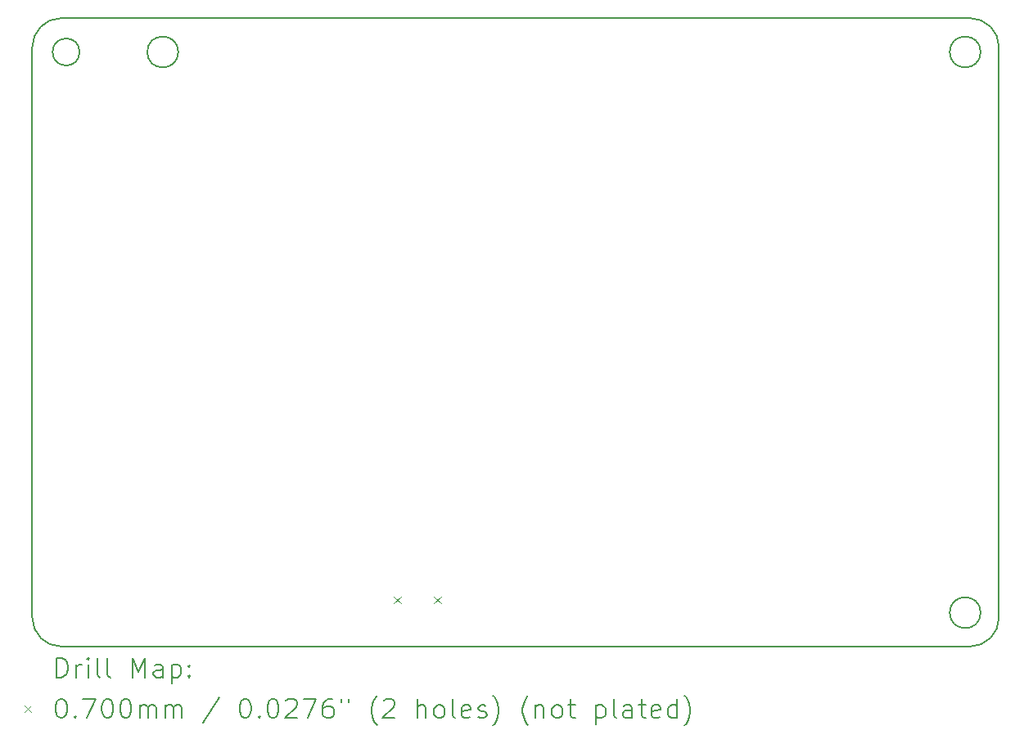
<source format=gbr>
%TF.GenerationSoftware,KiCad,Pcbnew,7.0.7*%
%TF.CreationDate,2023-11-29T11:07:57+01:00*%
%TF.ProjectId,Astroplant_AL,41737472-6f70-46c6-916e-745f414c2e6b,rev?*%
%TF.SameCoordinates,Original*%
%TF.FileFunction,Drillmap*%
%TF.FilePolarity,Positive*%
%FSLAX45Y45*%
G04 Gerber Fmt 4.5, Leading zero omitted, Abs format (unit mm)*
G04 Created by KiCad (PCBNEW 7.0.7) date 2023-11-29 11:07:57*
%MOMM*%
%LPD*%
G01*
G04 APERTURE LIST*
%ADD10C,0.150000*%
%ADD11C,0.200000*%
%ADD12C,0.070000*%
G04 APERTURE END LIST*
D10*
X6429000Y-12768000D02*
G75*
G03*
X6729000Y-13068000I300000J0D01*
G01*
X6729000Y-6568000D02*
G75*
G03*
X6429000Y-6868000I0J-300000D01*
G01*
X7939000Y-6918000D02*
G75*
G03*
X7939000Y-6918000I-160000J0D01*
G01*
X16129000Y-6568000D02*
X6729000Y-6568000D01*
X6729000Y-13068000D02*
X16129000Y-13068000D01*
X16239000Y-12718000D02*
G75*
G03*
X16239000Y-12718000I-160000J0D01*
G01*
X6919000Y-6918000D02*
G75*
G03*
X6919000Y-6918000I-140000J0D01*
G01*
X16429000Y-12768000D02*
X16429000Y-6868000D01*
X16239000Y-6918000D02*
G75*
G03*
X16239000Y-6918000I-160000J0D01*
G01*
X16429000Y-6868000D02*
G75*
G03*
X16129000Y-6568000I-300000J0D01*
G01*
X6429000Y-6868000D02*
X6429000Y-12768000D01*
X16129000Y-13068000D02*
G75*
G03*
X16429000Y-12768000I0J300000D01*
G01*
D11*
D12*
X10171000Y-12552636D02*
X10241000Y-12622636D01*
X10241000Y-12552636D02*
X10171000Y-12622636D01*
X10586000Y-12552636D02*
X10656000Y-12622636D01*
X10656000Y-12552636D02*
X10586000Y-12622636D01*
D11*
X6682277Y-13386984D02*
X6682277Y-13186984D01*
X6682277Y-13186984D02*
X6729896Y-13186984D01*
X6729896Y-13186984D02*
X6758467Y-13196508D01*
X6758467Y-13196508D02*
X6777515Y-13215555D01*
X6777515Y-13215555D02*
X6787039Y-13234603D01*
X6787039Y-13234603D02*
X6796562Y-13272698D01*
X6796562Y-13272698D02*
X6796562Y-13301269D01*
X6796562Y-13301269D02*
X6787039Y-13339365D01*
X6787039Y-13339365D02*
X6777515Y-13358412D01*
X6777515Y-13358412D02*
X6758467Y-13377460D01*
X6758467Y-13377460D02*
X6729896Y-13386984D01*
X6729896Y-13386984D02*
X6682277Y-13386984D01*
X6882277Y-13386984D02*
X6882277Y-13253650D01*
X6882277Y-13291746D02*
X6891801Y-13272698D01*
X6891801Y-13272698D02*
X6901324Y-13263174D01*
X6901324Y-13263174D02*
X6920372Y-13253650D01*
X6920372Y-13253650D02*
X6939420Y-13253650D01*
X7006086Y-13386984D02*
X7006086Y-13253650D01*
X7006086Y-13186984D02*
X6996562Y-13196508D01*
X6996562Y-13196508D02*
X7006086Y-13206031D01*
X7006086Y-13206031D02*
X7015610Y-13196508D01*
X7015610Y-13196508D02*
X7006086Y-13186984D01*
X7006086Y-13186984D02*
X7006086Y-13206031D01*
X7129896Y-13386984D02*
X7110848Y-13377460D01*
X7110848Y-13377460D02*
X7101324Y-13358412D01*
X7101324Y-13358412D02*
X7101324Y-13186984D01*
X7234658Y-13386984D02*
X7215610Y-13377460D01*
X7215610Y-13377460D02*
X7206086Y-13358412D01*
X7206086Y-13358412D02*
X7206086Y-13186984D01*
X7463229Y-13386984D02*
X7463229Y-13186984D01*
X7463229Y-13186984D02*
X7529896Y-13329841D01*
X7529896Y-13329841D02*
X7596562Y-13186984D01*
X7596562Y-13186984D02*
X7596562Y-13386984D01*
X7777515Y-13386984D02*
X7777515Y-13282222D01*
X7777515Y-13282222D02*
X7767991Y-13263174D01*
X7767991Y-13263174D02*
X7748943Y-13253650D01*
X7748943Y-13253650D02*
X7710848Y-13253650D01*
X7710848Y-13253650D02*
X7691801Y-13263174D01*
X7777515Y-13377460D02*
X7758467Y-13386984D01*
X7758467Y-13386984D02*
X7710848Y-13386984D01*
X7710848Y-13386984D02*
X7691801Y-13377460D01*
X7691801Y-13377460D02*
X7682277Y-13358412D01*
X7682277Y-13358412D02*
X7682277Y-13339365D01*
X7682277Y-13339365D02*
X7691801Y-13320317D01*
X7691801Y-13320317D02*
X7710848Y-13310793D01*
X7710848Y-13310793D02*
X7758467Y-13310793D01*
X7758467Y-13310793D02*
X7777515Y-13301269D01*
X7872753Y-13253650D02*
X7872753Y-13453650D01*
X7872753Y-13263174D02*
X7891801Y-13253650D01*
X7891801Y-13253650D02*
X7929896Y-13253650D01*
X7929896Y-13253650D02*
X7948943Y-13263174D01*
X7948943Y-13263174D02*
X7958467Y-13272698D01*
X7958467Y-13272698D02*
X7967991Y-13291746D01*
X7967991Y-13291746D02*
X7967991Y-13348888D01*
X7967991Y-13348888D02*
X7958467Y-13367936D01*
X7958467Y-13367936D02*
X7948943Y-13377460D01*
X7948943Y-13377460D02*
X7929896Y-13386984D01*
X7929896Y-13386984D02*
X7891801Y-13386984D01*
X7891801Y-13386984D02*
X7872753Y-13377460D01*
X8053705Y-13367936D02*
X8063229Y-13377460D01*
X8063229Y-13377460D02*
X8053705Y-13386984D01*
X8053705Y-13386984D02*
X8044182Y-13377460D01*
X8044182Y-13377460D02*
X8053705Y-13367936D01*
X8053705Y-13367936D02*
X8053705Y-13386984D01*
X8053705Y-13263174D02*
X8063229Y-13272698D01*
X8063229Y-13272698D02*
X8053705Y-13282222D01*
X8053705Y-13282222D02*
X8044182Y-13272698D01*
X8044182Y-13272698D02*
X8053705Y-13263174D01*
X8053705Y-13263174D02*
X8053705Y-13282222D01*
D12*
X6351500Y-13680500D02*
X6421500Y-13750500D01*
X6421500Y-13680500D02*
X6351500Y-13750500D01*
D11*
X6720372Y-13606984D02*
X6739420Y-13606984D01*
X6739420Y-13606984D02*
X6758467Y-13616508D01*
X6758467Y-13616508D02*
X6767991Y-13626031D01*
X6767991Y-13626031D02*
X6777515Y-13645079D01*
X6777515Y-13645079D02*
X6787039Y-13683174D01*
X6787039Y-13683174D02*
X6787039Y-13730793D01*
X6787039Y-13730793D02*
X6777515Y-13768888D01*
X6777515Y-13768888D02*
X6767991Y-13787936D01*
X6767991Y-13787936D02*
X6758467Y-13797460D01*
X6758467Y-13797460D02*
X6739420Y-13806984D01*
X6739420Y-13806984D02*
X6720372Y-13806984D01*
X6720372Y-13806984D02*
X6701324Y-13797460D01*
X6701324Y-13797460D02*
X6691801Y-13787936D01*
X6691801Y-13787936D02*
X6682277Y-13768888D01*
X6682277Y-13768888D02*
X6672753Y-13730793D01*
X6672753Y-13730793D02*
X6672753Y-13683174D01*
X6672753Y-13683174D02*
X6682277Y-13645079D01*
X6682277Y-13645079D02*
X6691801Y-13626031D01*
X6691801Y-13626031D02*
X6701324Y-13616508D01*
X6701324Y-13616508D02*
X6720372Y-13606984D01*
X6872753Y-13787936D02*
X6882277Y-13797460D01*
X6882277Y-13797460D02*
X6872753Y-13806984D01*
X6872753Y-13806984D02*
X6863229Y-13797460D01*
X6863229Y-13797460D02*
X6872753Y-13787936D01*
X6872753Y-13787936D02*
X6872753Y-13806984D01*
X6948943Y-13606984D02*
X7082277Y-13606984D01*
X7082277Y-13606984D02*
X6996562Y-13806984D01*
X7196562Y-13606984D02*
X7215610Y-13606984D01*
X7215610Y-13606984D02*
X7234658Y-13616508D01*
X7234658Y-13616508D02*
X7244182Y-13626031D01*
X7244182Y-13626031D02*
X7253705Y-13645079D01*
X7253705Y-13645079D02*
X7263229Y-13683174D01*
X7263229Y-13683174D02*
X7263229Y-13730793D01*
X7263229Y-13730793D02*
X7253705Y-13768888D01*
X7253705Y-13768888D02*
X7244182Y-13787936D01*
X7244182Y-13787936D02*
X7234658Y-13797460D01*
X7234658Y-13797460D02*
X7215610Y-13806984D01*
X7215610Y-13806984D02*
X7196562Y-13806984D01*
X7196562Y-13806984D02*
X7177515Y-13797460D01*
X7177515Y-13797460D02*
X7167991Y-13787936D01*
X7167991Y-13787936D02*
X7158467Y-13768888D01*
X7158467Y-13768888D02*
X7148943Y-13730793D01*
X7148943Y-13730793D02*
X7148943Y-13683174D01*
X7148943Y-13683174D02*
X7158467Y-13645079D01*
X7158467Y-13645079D02*
X7167991Y-13626031D01*
X7167991Y-13626031D02*
X7177515Y-13616508D01*
X7177515Y-13616508D02*
X7196562Y-13606984D01*
X7387039Y-13606984D02*
X7406086Y-13606984D01*
X7406086Y-13606984D02*
X7425134Y-13616508D01*
X7425134Y-13616508D02*
X7434658Y-13626031D01*
X7434658Y-13626031D02*
X7444182Y-13645079D01*
X7444182Y-13645079D02*
X7453705Y-13683174D01*
X7453705Y-13683174D02*
X7453705Y-13730793D01*
X7453705Y-13730793D02*
X7444182Y-13768888D01*
X7444182Y-13768888D02*
X7434658Y-13787936D01*
X7434658Y-13787936D02*
X7425134Y-13797460D01*
X7425134Y-13797460D02*
X7406086Y-13806984D01*
X7406086Y-13806984D02*
X7387039Y-13806984D01*
X7387039Y-13806984D02*
X7367991Y-13797460D01*
X7367991Y-13797460D02*
X7358467Y-13787936D01*
X7358467Y-13787936D02*
X7348943Y-13768888D01*
X7348943Y-13768888D02*
X7339420Y-13730793D01*
X7339420Y-13730793D02*
X7339420Y-13683174D01*
X7339420Y-13683174D02*
X7348943Y-13645079D01*
X7348943Y-13645079D02*
X7358467Y-13626031D01*
X7358467Y-13626031D02*
X7367991Y-13616508D01*
X7367991Y-13616508D02*
X7387039Y-13606984D01*
X7539420Y-13806984D02*
X7539420Y-13673650D01*
X7539420Y-13692698D02*
X7548943Y-13683174D01*
X7548943Y-13683174D02*
X7567991Y-13673650D01*
X7567991Y-13673650D02*
X7596563Y-13673650D01*
X7596563Y-13673650D02*
X7615610Y-13683174D01*
X7615610Y-13683174D02*
X7625134Y-13702222D01*
X7625134Y-13702222D02*
X7625134Y-13806984D01*
X7625134Y-13702222D02*
X7634658Y-13683174D01*
X7634658Y-13683174D02*
X7653705Y-13673650D01*
X7653705Y-13673650D02*
X7682277Y-13673650D01*
X7682277Y-13673650D02*
X7701324Y-13683174D01*
X7701324Y-13683174D02*
X7710848Y-13702222D01*
X7710848Y-13702222D02*
X7710848Y-13806984D01*
X7806086Y-13806984D02*
X7806086Y-13673650D01*
X7806086Y-13692698D02*
X7815610Y-13683174D01*
X7815610Y-13683174D02*
X7834658Y-13673650D01*
X7834658Y-13673650D02*
X7863229Y-13673650D01*
X7863229Y-13673650D02*
X7882277Y-13683174D01*
X7882277Y-13683174D02*
X7891801Y-13702222D01*
X7891801Y-13702222D02*
X7891801Y-13806984D01*
X7891801Y-13702222D02*
X7901324Y-13683174D01*
X7901324Y-13683174D02*
X7920372Y-13673650D01*
X7920372Y-13673650D02*
X7948943Y-13673650D01*
X7948943Y-13673650D02*
X7967991Y-13683174D01*
X7967991Y-13683174D02*
X7977515Y-13702222D01*
X7977515Y-13702222D02*
X7977515Y-13806984D01*
X8367991Y-13597460D02*
X8196563Y-13854603D01*
X8625134Y-13606984D02*
X8644182Y-13606984D01*
X8644182Y-13606984D02*
X8663229Y-13616508D01*
X8663229Y-13616508D02*
X8672753Y-13626031D01*
X8672753Y-13626031D02*
X8682277Y-13645079D01*
X8682277Y-13645079D02*
X8691801Y-13683174D01*
X8691801Y-13683174D02*
X8691801Y-13730793D01*
X8691801Y-13730793D02*
X8682277Y-13768888D01*
X8682277Y-13768888D02*
X8672753Y-13787936D01*
X8672753Y-13787936D02*
X8663229Y-13797460D01*
X8663229Y-13797460D02*
X8644182Y-13806984D01*
X8644182Y-13806984D02*
X8625134Y-13806984D01*
X8625134Y-13806984D02*
X8606087Y-13797460D01*
X8606087Y-13797460D02*
X8596563Y-13787936D01*
X8596563Y-13787936D02*
X8587039Y-13768888D01*
X8587039Y-13768888D02*
X8577515Y-13730793D01*
X8577515Y-13730793D02*
X8577515Y-13683174D01*
X8577515Y-13683174D02*
X8587039Y-13645079D01*
X8587039Y-13645079D02*
X8596563Y-13626031D01*
X8596563Y-13626031D02*
X8606087Y-13616508D01*
X8606087Y-13616508D02*
X8625134Y-13606984D01*
X8777515Y-13787936D02*
X8787039Y-13797460D01*
X8787039Y-13797460D02*
X8777515Y-13806984D01*
X8777515Y-13806984D02*
X8767991Y-13797460D01*
X8767991Y-13797460D02*
X8777515Y-13787936D01*
X8777515Y-13787936D02*
X8777515Y-13806984D01*
X8910848Y-13606984D02*
X8929896Y-13606984D01*
X8929896Y-13606984D02*
X8948944Y-13616508D01*
X8948944Y-13616508D02*
X8958468Y-13626031D01*
X8958468Y-13626031D02*
X8967991Y-13645079D01*
X8967991Y-13645079D02*
X8977515Y-13683174D01*
X8977515Y-13683174D02*
X8977515Y-13730793D01*
X8977515Y-13730793D02*
X8967991Y-13768888D01*
X8967991Y-13768888D02*
X8958468Y-13787936D01*
X8958468Y-13787936D02*
X8948944Y-13797460D01*
X8948944Y-13797460D02*
X8929896Y-13806984D01*
X8929896Y-13806984D02*
X8910848Y-13806984D01*
X8910848Y-13806984D02*
X8891801Y-13797460D01*
X8891801Y-13797460D02*
X8882277Y-13787936D01*
X8882277Y-13787936D02*
X8872753Y-13768888D01*
X8872753Y-13768888D02*
X8863229Y-13730793D01*
X8863229Y-13730793D02*
X8863229Y-13683174D01*
X8863229Y-13683174D02*
X8872753Y-13645079D01*
X8872753Y-13645079D02*
X8882277Y-13626031D01*
X8882277Y-13626031D02*
X8891801Y-13616508D01*
X8891801Y-13616508D02*
X8910848Y-13606984D01*
X9053706Y-13626031D02*
X9063229Y-13616508D01*
X9063229Y-13616508D02*
X9082277Y-13606984D01*
X9082277Y-13606984D02*
X9129896Y-13606984D01*
X9129896Y-13606984D02*
X9148944Y-13616508D01*
X9148944Y-13616508D02*
X9158468Y-13626031D01*
X9158468Y-13626031D02*
X9167991Y-13645079D01*
X9167991Y-13645079D02*
X9167991Y-13664127D01*
X9167991Y-13664127D02*
X9158468Y-13692698D01*
X9158468Y-13692698D02*
X9044182Y-13806984D01*
X9044182Y-13806984D02*
X9167991Y-13806984D01*
X9234658Y-13606984D02*
X9367991Y-13606984D01*
X9367991Y-13606984D02*
X9282277Y-13806984D01*
X9529896Y-13606984D02*
X9491801Y-13606984D01*
X9491801Y-13606984D02*
X9472753Y-13616508D01*
X9472753Y-13616508D02*
X9463229Y-13626031D01*
X9463229Y-13626031D02*
X9444182Y-13654603D01*
X9444182Y-13654603D02*
X9434658Y-13692698D01*
X9434658Y-13692698D02*
X9434658Y-13768888D01*
X9434658Y-13768888D02*
X9444182Y-13787936D01*
X9444182Y-13787936D02*
X9453706Y-13797460D01*
X9453706Y-13797460D02*
X9472753Y-13806984D01*
X9472753Y-13806984D02*
X9510849Y-13806984D01*
X9510849Y-13806984D02*
X9529896Y-13797460D01*
X9529896Y-13797460D02*
X9539420Y-13787936D01*
X9539420Y-13787936D02*
X9548944Y-13768888D01*
X9548944Y-13768888D02*
X9548944Y-13721269D01*
X9548944Y-13721269D02*
X9539420Y-13702222D01*
X9539420Y-13702222D02*
X9529896Y-13692698D01*
X9529896Y-13692698D02*
X9510849Y-13683174D01*
X9510849Y-13683174D02*
X9472753Y-13683174D01*
X9472753Y-13683174D02*
X9453706Y-13692698D01*
X9453706Y-13692698D02*
X9444182Y-13702222D01*
X9444182Y-13702222D02*
X9434658Y-13721269D01*
X9625134Y-13606984D02*
X9625134Y-13645079D01*
X9701325Y-13606984D02*
X9701325Y-13645079D01*
X9996563Y-13883174D02*
X9987039Y-13873650D01*
X9987039Y-13873650D02*
X9967991Y-13845079D01*
X9967991Y-13845079D02*
X9958468Y-13826031D01*
X9958468Y-13826031D02*
X9948944Y-13797460D01*
X9948944Y-13797460D02*
X9939420Y-13749841D01*
X9939420Y-13749841D02*
X9939420Y-13711746D01*
X9939420Y-13711746D02*
X9948944Y-13664127D01*
X9948944Y-13664127D02*
X9958468Y-13635555D01*
X9958468Y-13635555D02*
X9967991Y-13616508D01*
X9967991Y-13616508D02*
X9987039Y-13587936D01*
X9987039Y-13587936D02*
X9996563Y-13578412D01*
X10063230Y-13626031D02*
X10072753Y-13616508D01*
X10072753Y-13616508D02*
X10091801Y-13606984D01*
X10091801Y-13606984D02*
X10139420Y-13606984D01*
X10139420Y-13606984D02*
X10158468Y-13616508D01*
X10158468Y-13616508D02*
X10167991Y-13626031D01*
X10167991Y-13626031D02*
X10177515Y-13645079D01*
X10177515Y-13645079D02*
X10177515Y-13664127D01*
X10177515Y-13664127D02*
X10167991Y-13692698D01*
X10167991Y-13692698D02*
X10053706Y-13806984D01*
X10053706Y-13806984D02*
X10177515Y-13806984D01*
X10415611Y-13806984D02*
X10415611Y-13606984D01*
X10501325Y-13806984D02*
X10501325Y-13702222D01*
X10501325Y-13702222D02*
X10491801Y-13683174D01*
X10491801Y-13683174D02*
X10472753Y-13673650D01*
X10472753Y-13673650D02*
X10444182Y-13673650D01*
X10444182Y-13673650D02*
X10425134Y-13683174D01*
X10425134Y-13683174D02*
X10415611Y-13692698D01*
X10625134Y-13806984D02*
X10606087Y-13797460D01*
X10606087Y-13797460D02*
X10596563Y-13787936D01*
X10596563Y-13787936D02*
X10587039Y-13768888D01*
X10587039Y-13768888D02*
X10587039Y-13711746D01*
X10587039Y-13711746D02*
X10596563Y-13692698D01*
X10596563Y-13692698D02*
X10606087Y-13683174D01*
X10606087Y-13683174D02*
X10625134Y-13673650D01*
X10625134Y-13673650D02*
X10653706Y-13673650D01*
X10653706Y-13673650D02*
X10672753Y-13683174D01*
X10672753Y-13683174D02*
X10682277Y-13692698D01*
X10682277Y-13692698D02*
X10691801Y-13711746D01*
X10691801Y-13711746D02*
X10691801Y-13768888D01*
X10691801Y-13768888D02*
X10682277Y-13787936D01*
X10682277Y-13787936D02*
X10672753Y-13797460D01*
X10672753Y-13797460D02*
X10653706Y-13806984D01*
X10653706Y-13806984D02*
X10625134Y-13806984D01*
X10806087Y-13806984D02*
X10787039Y-13797460D01*
X10787039Y-13797460D02*
X10777515Y-13778412D01*
X10777515Y-13778412D02*
X10777515Y-13606984D01*
X10958468Y-13797460D02*
X10939420Y-13806984D01*
X10939420Y-13806984D02*
X10901325Y-13806984D01*
X10901325Y-13806984D02*
X10882277Y-13797460D01*
X10882277Y-13797460D02*
X10872753Y-13778412D01*
X10872753Y-13778412D02*
X10872753Y-13702222D01*
X10872753Y-13702222D02*
X10882277Y-13683174D01*
X10882277Y-13683174D02*
X10901325Y-13673650D01*
X10901325Y-13673650D02*
X10939420Y-13673650D01*
X10939420Y-13673650D02*
X10958468Y-13683174D01*
X10958468Y-13683174D02*
X10967992Y-13702222D01*
X10967992Y-13702222D02*
X10967992Y-13721269D01*
X10967992Y-13721269D02*
X10872753Y-13740317D01*
X11044182Y-13797460D02*
X11063230Y-13806984D01*
X11063230Y-13806984D02*
X11101325Y-13806984D01*
X11101325Y-13806984D02*
X11120373Y-13797460D01*
X11120373Y-13797460D02*
X11129896Y-13778412D01*
X11129896Y-13778412D02*
X11129896Y-13768888D01*
X11129896Y-13768888D02*
X11120373Y-13749841D01*
X11120373Y-13749841D02*
X11101325Y-13740317D01*
X11101325Y-13740317D02*
X11072753Y-13740317D01*
X11072753Y-13740317D02*
X11053706Y-13730793D01*
X11053706Y-13730793D02*
X11044182Y-13711746D01*
X11044182Y-13711746D02*
X11044182Y-13702222D01*
X11044182Y-13702222D02*
X11053706Y-13683174D01*
X11053706Y-13683174D02*
X11072753Y-13673650D01*
X11072753Y-13673650D02*
X11101325Y-13673650D01*
X11101325Y-13673650D02*
X11120373Y-13683174D01*
X11196563Y-13883174D02*
X11206087Y-13873650D01*
X11206087Y-13873650D02*
X11225134Y-13845079D01*
X11225134Y-13845079D02*
X11234658Y-13826031D01*
X11234658Y-13826031D02*
X11244182Y-13797460D01*
X11244182Y-13797460D02*
X11253706Y-13749841D01*
X11253706Y-13749841D02*
X11253706Y-13711746D01*
X11253706Y-13711746D02*
X11244182Y-13664127D01*
X11244182Y-13664127D02*
X11234658Y-13635555D01*
X11234658Y-13635555D02*
X11225134Y-13616508D01*
X11225134Y-13616508D02*
X11206087Y-13587936D01*
X11206087Y-13587936D02*
X11196563Y-13578412D01*
X11558468Y-13883174D02*
X11548944Y-13873650D01*
X11548944Y-13873650D02*
X11529896Y-13845079D01*
X11529896Y-13845079D02*
X11520372Y-13826031D01*
X11520372Y-13826031D02*
X11510849Y-13797460D01*
X11510849Y-13797460D02*
X11501325Y-13749841D01*
X11501325Y-13749841D02*
X11501325Y-13711746D01*
X11501325Y-13711746D02*
X11510849Y-13664127D01*
X11510849Y-13664127D02*
X11520372Y-13635555D01*
X11520372Y-13635555D02*
X11529896Y-13616508D01*
X11529896Y-13616508D02*
X11548944Y-13587936D01*
X11548944Y-13587936D02*
X11558468Y-13578412D01*
X11634658Y-13673650D02*
X11634658Y-13806984D01*
X11634658Y-13692698D02*
X11644182Y-13683174D01*
X11644182Y-13683174D02*
X11663230Y-13673650D01*
X11663230Y-13673650D02*
X11691801Y-13673650D01*
X11691801Y-13673650D02*
X11710849Y-13683174D01*
X11710849Y-13683174D02*
X11720372Y-13702222D01*
X11720372Y-13702222D02*
X11720372Y-13806984D01*
X11844182Y-13806984D02*
X11825134Y-13797460D01*
X11825134Y-13797460D02*
X11815611Y-13787936D01*
X11815611Y-13787936D02*
X11806087Y-13768888D01*
X11806087Y-13768888D02*
X11806087Y-13711746D01*
X11806087Y-13711746D02*
X11815611Y-13692698D01*
X11815611Y-13692698D02*
X11825134Y-13683174D01*
X11825134Y-13683174D02*
X11844182Y-13673650D01*
X11844182Y-13673650D02*
X11872753Y-13673650D01*
X11872753Y-13673650D02*
X11891801Y-13683174D01*
X11891801Y-13683174D02*
X11901325Y-13692698D01*
X11901325Y-13692698D02*
X11910849Y-13711746D01*
X11910849Y-13711746D02*
X11910849Y-13768888D01*
X11910849Y-13768888D02*
X11901325Y-13787936D01*
X11901325Y-13787936D02*
X11891801Y-13797460D01*
X11891801Y-13797460D02*
X11872753Y-13806984D01*
X11872753Y-13806984D02*
X11844182Y-13806984D01*
X11967992Y-13673650D02*
X12044182Y-13673650D01*
X11996563Y-13606984D02*
X11996563Y-13778412D01*
X11996563Y-13778412D02*
X12006087Y-13797460D01*
X12006087Y-13797460D02*
X12025134Y-13806984D01*
X12025134Y-13806984D02*
X12044182Y-13806984D01*
X12263230Y-13673650D02*
X12263230Y-13873650D01*
X12263230Y-13683174D02*
X12282277Y-13673650D01*
X12282277Y-13673650D02*
X12320373Y-13673650D01*
X12320373Y-13673650D02*
X12339420Y-13683174D01*
X12339420Y-13683174D02*
X12348944Y-13692698D01*
X12348944Y-13692698D02*
X12358468Y-13711746D01*
X12358468Y-13711746D02*
X12358468Y-13768888D01*
X12358468Y-13768888D02*
X12348944Y-13787936D01*
X12348944Y-13787936D02*
X12339420Y-13797460D01*
X12339420Y-13797460D02*
X12320373Y-13806984D01*
X12320373Y-13806984D02*
X12282277Y-13806984D01*
X12282277Y-13806984D02*
X12263230Y-13797460D01*
X12472753Y-13806984D02*
X12453706Y-13797460D01*
X12453706Y-13797460D02*
X12444182Y-13778412D01*
X12444182Y-13778412D02*
X12444182Y-13606984D01*
X12634658Y-13806984D02*
X12634658Y-13702222D01*
X12634658Y-13702222D02*
X12625134Y-13683174D01*
X12625134Y-13683174D02*
X12606087Y-13673650D01*
X12606087Y-13673650D02*
X12567992Y-13673650D01*
X12567992Y-13673650D02*
X12548944Y-13683174D01*
X12634658Y-13797460D02*
X12615611Y-13806984D01*
X12615611Y-13806984D02*
X12567992Y-13806984D01*
X12567992Y-13806984D02*
X12548944Y-13797460D01*
X12548944Y-13797460D02*
X12539420Y-13778412D01*
X12539420Y-13778412D02*
X12539420Y-13759365D01*
X12539420Y-13759365D02*
X12548944Y-13740317D01*
X12548944Y-13740317D02*
X12567992Y-13730793D01*
X12567992Y-13730793D02*
X12615611Y-13730793D01*
X12615611Y-13730793D02*
X12634658Y-13721269D01*
X12701325Y-13673650D02*
X12777515Y-13673650D01*
X12729896Y-13606984D02*
X12729896Y-13778412D01*
X12729896Y-13778412D02*
X12739420Y-13797460D01*
X12739420Y-13797460D02*
X12758468Y-13806984D01*
X12758468Y-13806984D02*
X12777515Y-13806984D01*
X12920373Y-13797460D02*
X12901325Y-13806984D01*
X12901325Y-13806984D02*
X12863230Y-13806984D01*
X12863230Y-13806984D02*
X12844182Y-13797460D01*
X12844182Y-13797460D02*
X12834658Y-13778412D01*
X12834658Y-13778412D02*
X12834658Y-13702222D01*
X12834658Y-13702222D02*
X12844182Y-13683174D01*
X12844182Y-13683174D02*
X12863230Y-13673650D01*
X12863230Y-13673650D02*
X12901325Y-13673650D01*
X12901325Y-13673650D02*
X12920373Y-13683174D01*
X12920373Y-13683174D02*
X12929896Y-13702222D01*
X12929896Y-13702222D02*
X12929896Y-13721269D01*
X12929896Y-13721269D02*
X12834658Y-13740317D01*
X13101325Y-13806984D02*
X13101325Y-13606984D01*
X13101325Y-13797460D02*
X13082277Y-13806984D01*
X13082277Y-13806984D02*
X13044182Y-13806984D01*
X13044182Y-13806984D02*
X13025134Y-13797460D01*
X13025134Y-13797460D02*
X13015611Y-13787936D01*
X13015611Y-13787936D02*
X13006087Y-13768888D01*
X13006087Y-13768888D02*
X13006087Y-13711746D01*
X13006087Y-13711746D02*
X13015611Y-13692698D01*
X13015611Y-13692698D02*
X13025134Y-13683174D01*
X13025134Y-13683174D02*
X13044182Y-13673650D01*
X13044182Y-13673650D02*
X13082277Y-13673650D01*
X13082277Y-13673650D02*
X13101325Y-13683174D01*
X13177515Y-13883174D02*
X13187039Y-13873650D01*
X13187039Y-13873650D02*
X13206087Y-13845079D01*
X13206087Y-13845079D02*
X13215611Y-13826031D01*
X13215611Y-13826031D02*
X13225134Y-13797460D01*
X13225134Y-13797460D02*
X13234658Y-13749841D01*
X13234658Y-13749841D02*
X13234658Y-13711746D01*
X13234658Y-13711746D02*
X13225134Y-13664127D01*
X13225134Y-13664127D02*
X13215611Y-13635555D01*
X13215611Y-13635555D02*
X13206087Y-13616508D01*
X13206087Y-13616508D02*
X13187039Y-13587936D01*
X13187039Y-13587936D02*
X13177515Y-13578412D01*
M02*

</source>
